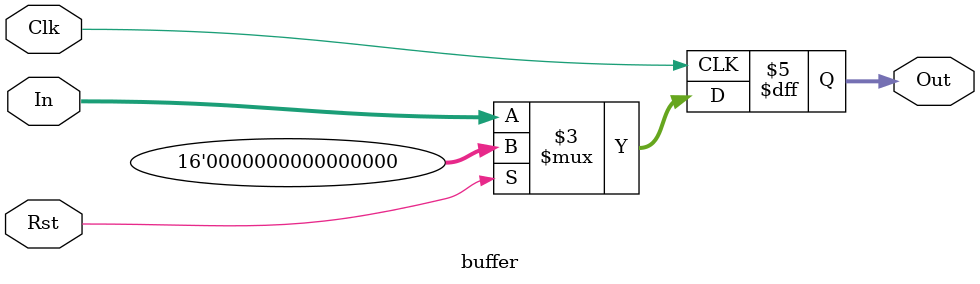
<source format=v>
`timescale 1ns / 1ps
module buffer #(parameter WIDTH=16)( 
	input 							Clk,
	input 							Rst,
	input 		[WIDTH-1:0] 	In,
	output reg 	[WIDTH-1:0] 	Out
);

always@(posedge Clk)
begin
	if(Rst)
		Out <= 0;
	else
		Out <= In;
end

endmodule 
</source>
